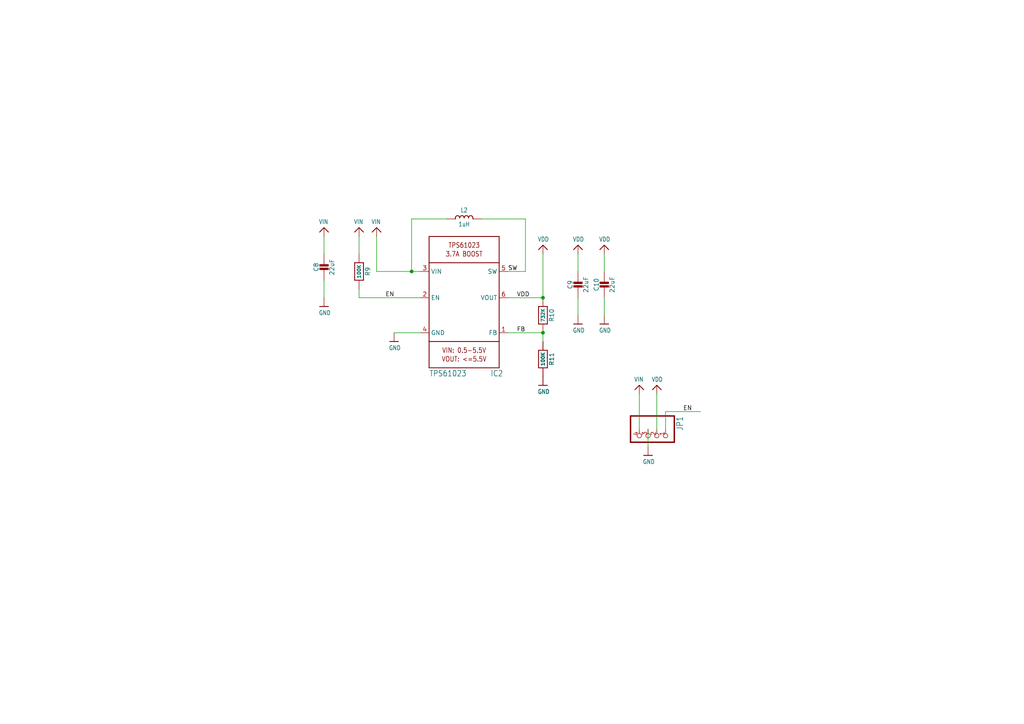
<source format=kicad_sch>
(kicad_sch (version 20231120) (generator "eeschema") (generator_version "8.0")
  (paper "A4")
  (lib_symbols
    (symbol "Adafruit TPS61023-eagle-import:CAP_CERAMIC0805-NOOUTLINE"
      (property "Reference" "C" (at -2.29 1.25 90))
      (symbol "CAP_CERAMIC0805-NOOUTLINE_1_0"
        (rectangle (start -1.27 0.508) (end 1.27 1.016) (fill (type outline)))
        (rectangle (start -1.27 1.524) (end 1.27 2.032) (fill (type outline)))
        (polyline (pts (xy 0 0.762) (xy 0 0)) (stroke (width 0.1524)))
        (polyline (pts (xy 0 2.54) (xy 0 1.778)) (stroke (width 0.1524)))
        (pin passive line (at 0 5.08 270) (length 2.54) (name "1") (number "1"))
        (pin passive line (at 0 -2.54 90) (length 2.54) (name "2") (number "2"))
      )
    )
    (symbol "Adafruit TPS61023-eagle-import:GND" (power)
      (symbol "GND_1_0"
        (polyline (pts (xy -1.27 0) (xy 1.27 0)) (stroke (width 0.254)))
        (pin power_in line (at 0 2.54 270) (length 2.54) (name "GND") (number "1"))
      )
    )
    (symbol "Adafruit TPS61023-eagle-import:HEADER-1X4ROUND"
      (property "Reference" "JP" (at -6.35 8.255 0))
      (symbol "HEADER-1X4ROUND_1_0"
        (polyline (pts (xy -6.35 -5.08) (xy 1.27 -5.08)) (stroke (width 0.4064)))
        (polyline (pts (xy -6.35 7.62) (xy -6.35 -5.08)) (stroke (width 0.4064)))
        (polyline (pts (xy 1.27 -5.08) (xy 1.27 7.62)) (stroke (width 0.4064)))
        (polyline (pts (xy 1.27 7.62) (xy -6.35 7.62)) (stroke (width 0.4064)))
        (pin passive inverted (at -2.54 5.08 0) (length 2.54) (name "1") (number "1"))
        (pin passive inverted (at -2.54 2.54 0) (length 2.54) (name "2") (number "2"))
        (pin passive inverted (at -2.54 0 0) (length 2.54) (name "3") (number "3"))
        (pin passive inverted (at -2.54 -2.54 0) (length 2.54) (name "4") (number "4"))
      )
    )
    (symbol "Adafruit TPS61023-eagle-import:INDUCTORTDK_VLC5045"
      (property "Reference" "L" (at 0 2.54 0))
      (symbol "INDUCTORTDK_VLC5045_1_0"
        (arc (start -1.27 0.3173) (mid -1.9049 0.9524) (end -2.54 0.3175) (stroke (width 0.254)))
        (polyline (pts (xy -2.54 0.3175) (xy -2.54 0)) (stroke (width 0.254)))
        (polyline (pts (xy 2.54 0.3175) (xy 2.54 0)) (stroke (width 0.254)))
        (arc (start 0 0.3173) (mid -0.6349 0.9524) (end -1.27 0.3175) (stroke (width 0.254)))
        (arc (start 1.27 0.3173) (mid 0.6351 0.9524) (end 0 0.3175) (stroke (width 0.254)))
        (arc (start 2.54 0.3173) (mid 1.9051 0.9524) (end 1.27 0.3175) (stroke (width 0.254)))
        (pin passive line (at -5.08 0 0) (length 2.54) (name "1") (number "P$1"))
        (pin passive line (at 5.08 0 180) (length 2.54) (name "2") (number "P$2"))
      )
    )
    (symbol "Adafruit TPS61023-eagle-import:RESISTOR_0603_NOOUT"
      (property "Reference" "R" (at 0 2.54 0))
      (symbol "RESISTOR_0603_NOOUT_1_0"
        (polyline (pts (xy -2.54 -1.27) (xy -2.54 1.27)) (stroke (width 0.254)))
        (polyline (pts (xy -2.54 1.27) (xy 2.54 1.27)) (stroke (width 0.254)))
        (polyline (pts (xy 2.54 -1.27) (xy -2.54 -1.27)) (stroke (width 0.254)))
        (polyline (pts (xy 2.54 1.27) (xy 2.54 -1.27)) (stroke (width 0.254)))
        (pin passive line (at -5.08 0 0) (length 2.54) (name "1") (number "1"))
        (pin passive line (at 5.08 0 180) (length 2.54) (name "2") (number "2"))
      )
    )
    (symbol "Adafruit TPS61023-eagle-import:TPS61023"
      (property "Reference" "IC" (at -10.16 22.86 0))
      (symbol "TPS61023_1_0"
        (polyline (pts (xy -10.16 -17.78) (xy 10.16 -17.78)) (stroke (width 0.254)))
        (polyline (pts (xy -10.16 -10.16) (xy -10.16 -17.78)) (stroke (width 0.254)))
        (polyline (pts (xy -10.16 -10.16) (xy -10.16 12.7)) (stroke (width 0.254)))
        (polyline (pts (xy -10.16 12.7) (xy -10.16 20.32)) (stroke (width 0.254)))
        (polyline (pts (xy -10.16 12.7) (xy 10.16 12.7)) (stroke (width 0.254)))
        (polyline (pts (xy -10.16 20.32) (xy 10.16 20.32)) (stroke (width 0.254)))
        (polyline (pts (xy 10.16 -17.78) (xy 10.16 -10.16)) (stroke (width 0.254)))
        (polyline (pts (xy 10.16 -10.16) (xy -10.16 -10.16)) (stroke (width 0.254)))
        (polyline (pts (xy 10.16 12.7) (xy 10.16 -10.16)) (stroke (width 0.254)))
        (polyline (pts (xy 10.16 20.32) (xy 10.16 12.7)) (stroke (width 0.254)))
        (text "3.7A BOOST" (at 0 15.24 0) (effects (font (size 1.4224 1.209))))
        (text "TPS61023" (at 0 17.78 0) (effects (font (size 1.4224 1.209))))
        (text "VIN: 0.5-5.5V" (at 0 -12.7 0) (effects (font (size 1.4224 1.209))))
        (text "VOUT: <=5.5V" (at 0 -15.24 0) (effects (font (size 1.4224 1.209))))
        (pin input line (at 12.7 -7.62 180) (length 2.54) (name "FB") (number "1"))
        (pin input line (at -12.7 2.54 0) (length 2.54) (name "EN") (number "2"))
        (pin power_in line (at -12.7 10.16 0) (length 2.54) (name "VIN") (number "3"))
        (pin power_in line (at -12.7 -7.62 0) (length 2.54) (name "GND") (number "4"))
        (pin input line (at 12.7 10.16 180) (length 2.54) (name "SW") (number "5"))
        (pin power_in line (at 12.7 2.54 180) (length 2.54) (name "VOUT") (number "6"))
      )
    )
    (symbol "Adafruit TPS61023-eagle-import:VDD" (power)
      (symbol "VDD_1_0"
        (polyline (pts (xy -1.27 -1.27) (xy 0 0)) (stroke (width 0.254)))
        (polyline (pts (xy 0 0) (xy 1.27 -1.27)) (stroke (width 0.254)))
        (pin power_in line (at 0 -2.54 90) (length 2.54) (name "VDD") (number "1"))
      )
    )
    (symbol "Adafruit TPS61023-eagle-import:VIN" (power)
      (symbol "VIN_1_0"
        (polyline (pts (xy -1.27 -1.27) (xy 0 0)) (stroke (width 0.254)))
        (polyline (pts (xy 0 0) (xy 1.27 -1.27)) (stroke (width 0.254)))
        (pin power_in line (at 0 -2.54 90) (length 2.54) (name "VIN") (number "1"))
      )
    )
  )
  (junction (at 157.48 96.52))
  (junction (at 157.48 86.36))
  (junction (at 119.38 78.74))
  (wire (pts (xy 104.14 73.66) (xy 104.14 68.58)) (stroke (width 0.1524)))
  (wire (pts (xy 157.48 73.66) (xy 157.48 86.36)) (stroke (width 0.1524)))
  (wire (pts (xy 104.14 86.36) (xy 104.14 83.82)) (stroke (width 0.1524)))
  (wire (pts (xy 167.64 73.66) (xy 167.64 78.74)) (stroke (width 0.1524)))
  (wire (pts (xy 93.98 68.58) (xy 93.98 73.66)) (stroke (width 0.1524)))
  (wire (pts (xy 109.22 78.74) (xy 119.38 78.74)) (stroke (width 0.1524)))
  (wire (pts (xy 119.38 78.74) (xy 119.38 63.5)) (stroke (width 0.1524)))
  (wire (pts (xy 187.96 124.46) (xy 187.96 129.54)) (stroke (width 0.1524)))
  (wire (pts (xy 147.32 96.52) (xy 157.48 96.52)) (stroke (width 0.1524)))
  (wire (pts (xy 93.98 81.28) (xy 93.98 86.36)) (stroke (width 0.1524)))
  (wire (pts (xy 152.4 63.5) (xy 139.7 63.5)) (stroke (width 0.1524)))
  (wire (pts (xy 152.4 78.74) (xy 152.4 63.5)) (stroke (width 0.1524)))
  (wire (pts (xy 109.22 68.58) (xy 109.22 78.74)) (stroke (width 0.1524)))
  (wire (pts (xy 190.5 114.3) (xy 190.5 124.46)) (stroke (width 0.1524)))
  (wire (pts (xy 121.92 96.52) (xy 114.3 96.52)) (stroke (width 0.1524)))
  (wire (pts (xy 147.32 78.74) (xy 152.4 78.74)) (stroke (width 0.1524)))
  (wire (pts (xy 175.26 86.36) (xy 175.26 91.44)) (stroke (width 0.1524)))
  (wire (pts (xy 175.26 73.66) (xy 175.26 78.74)) (stroke (width 0.1524)))
  (wire (pts (xy 129.54 63.5) (xy 119.38 63.5)) (stroke (width 0.1524)))
  (wire (pts (xy 157.48 86.36) (xy 147.32 86.36)) (stroke (width 0.1524)))
  (wire (pts (xy 119.38 78.74) (xy 121.92 78.74)) (stroke (width 0.1524)))
  (wire (pts (xy 167.64 86.36) (xy 167.64 91.44)) (stroke (width 0.1524)))
  (wire (pts (xy 157.48 96.52) (xy 157.48 99.06)) (stroke (width 0.1524)))
  (wire (pts (xy 185.42 114.3) (xy 185.42 124.46)) (stroke (width 0.1524)))
  (wire (pts (xy 193.04 124.46) (xy 193.04 119.38)) (stroke (width 0.1524)))
  (wire (pts (xy 203.2 119.38) (xy 193.04 119.38)) (stroke (width 0.1524)))
  (wire (pts (xy 121.92 86.36) (xy 104.14 86.36)) (stroke (width 0.1524)))
  (label "SW" (at 147.32 78.74 0) (effects (font (size 1.2446 1.2446))))
  (label "VDD" (at 149.86 86.36 0) (effects (font (size 1.2446 1.2446))))
  (label "EN" (at 111.76 86.36 0) (effects (font (size 1.2446 1.2446))))
  (label "EN" (at 198.12 119.38 0) (effects (font (size 1.2446 1.2446))))
  (label "FB" (at 149.86 96.52 0) (effects (font (size 1.2446 1.2446))))
  (symbol (lib_id "Adafruit TPS61023-eagle-import:CAP_CERAMIC0805-NOOUTLINE") (at 93.98 78.74 0) (unit 1)
    (property "Reference" "C8" (at 91.69 77.49 90))
    (property "Value" "22uF" (at 96.28 77.49 90))
    (property "Footprint" "Adafruit TPS61023:0805-NO" (effects (hide yes)))
  )
  (symbol (lib_id "Adafruit TPS61023-eagle-import:GND") (at 167.64 93.98 0) (unit 1)
    (property "Reference" "#U$039" (effects (hide yes)))
    (property "Value" "GND" (at 166.116 96.52 0) (effects (font (size 1.27 1.0795)) (justify left bottom)))
  )
  (symbol (lib_id "Adafruit TPS61023-eagle-import:VDD") (at 190.5 111.76 0) (unit 1)
    (property "Reference" "#U$044" (effects (hide yes)))
    (property "Value" "VDD" (at 188.976 110.744 0) (effects (font (size 1.27 1.0795)) (justify left bottom)))
  )
  (symbol (lib_id "Adafruit TPS61023-eagle-import:INDUCTORTDK_VLC5045") (at 134.62 63.5 0) (unit 1)
    (property "Reference" "L2" (at 134.62 60.96 0) (effects (font (size 1.27 1.0795))))
    (property "Value" "1uH" (at 134.62 65.04 0) (effects (font (size 1.27 1.0795))))
    (property "Footprint" "Adafruit TPS61023:INDUCTOR_5X5MM_TDK_VLC5045" (effects (hide yes)))
  )
  (symbol (lib_id "Adafruit TPS61023-eagle-import:RESISTOR_0603_NOOUT") (at 157.48 104.14 270) (unit 1)
    (property "Reference" "R11" (at 160.02 104.14 0))
    (property "Value" "100K" (at 157.48 104.14 0) (effects (font (size 1.016 1.016) (bold yes))))
    (property "Footprint" "Adafruit TPS61023:0603-NO" (effects (hide yes)))
  )
  (symbol (lib_id "Adafruit TPS61023-eagle-import:VIN") (at 93.98 66.04 0) (unit 1)
    (property "Reference" "#U$01" (effects (hide yes)))
    (property "Value" "VIN" (at 92.456 65.024 0) (effects (font (size 1.27 1.0795)) (justify left bottom)))
  )
  (symbol (lib_id "Adafruit TPS61023-eagle-import:GND") (at 157.48 111.76 0) (unit 1)
    (property "Reference" "#U$037" (effects (hide yes)))
    (property "Value" "GND" (at 155.956 114.3 0) (effects (font (size 1.27 1.0795)) (justify left bottom)))
  )
  (symbol (lib_id "Adafruit TPS61023-eagle-import:TPS61023") (at 134.62 88.9 0) (unit 1)
    (property "Reference" "IC2" (at 142.24 109.22 0) (effects (font (size 1.6764 1.4249)) (justify left bottom)))
    (property "Value" "TPS61023" (at 124.46 109.22 0) (effects (font (size 1.6764 1.4249)) (justify left bottom)))
    (property "Footprint" "Adafruit TPS61023:SOT563" (effects (hide yes)))
  )
  (symbol (lib_id "Adafruit TPS61023-eagle-import:CAP_CERAMIC0805-NOOUTLINE") (at 175.26 83.82 0) (unit 1)
    (property "Reference" "C10" (at 172.97 82.57 90))
    (property "Value" "22uF" (at 177.56 82.57 90))
    (property "Footprint" "Adafruit TPS61023:0805-NO" (effects (hide yes)))
  )
  (symbol (lib_id "Adafruit TPS61023-eagle-import:VDD") (at 157.48 71.12 0) (unit 1)
    (property "Reference" "#U$036" (effects (hide yes)))
    (property "Value" "VDD" (at 155.956 70.104 0) (effects (font (size 1.27 1.0795)) (justify left bottom)))
  )
  (symbol (lib_id "Adafruit TPS61023-eagle-import:GND") (at 175.26 93.98 0) (unit 1)
    (property "Reference" "#U$041" (effects (hide yes)))
    (property "Value" "GND" (at 173.736 96.52 0) (effects (font (size 1.27 1.0795)) (justify left bottom)))
  )
  (symbol (lib_id "Adafruit TPS61023-eagle-import:RESISTOR_0603_NOOUT") (at 104.14 78.74 270) (unit 1)
    (property "Reference" "R9" (at 106.68 78.74 0))
    (property "Value" "100K" (at 104.14 78.74 0) (effects (font (size 1.016 1.016) (bold yes))))
    (property "Footprint" "Adafruit TPS61023:0603-NO" (effects (hide yes)))
  )
  (symbol (lib_id "Adafruit TPS61023-eagle-import:GND") (at 187.96 132.08 0) (unit 1)
    (property "Reference" "#U$043" (effects (hide yes)))
    (property "Value" "GND" (at 186.436 134.62 0) (effects (font (size 1.27 1.0795)) (justify left bottom)))
  )
  (symbol (lib_id "Adafruit TPS61023-eagle-import:RESISTOR_0603_NOOUT") (at 157.48 91.44 270) (unit 1)
    (property "Reference" "R10" (at 160.02 91.44 0))
    (property "Value" "732K" (at 157.48 91.44 0) (effects (font (size 1.016 1.016) (bold yes))))
    (property "Footprint" "Adafruit TPS61023:0603-NO" (effects (hide yes)))
  )
  (symbol (lib_id "Adafruit TPS61023-eagle-import:HEADER-1X4ROUND") (at 187.96 127 270) (unit 1)
    (property "Reference" "JP1" (at 196.215 120.65 0) (effects (font (size 1.778 1.5113)) (justify left bottom)))
    (property "Value" "HEADER-1X4ROUND" (effects (hide yes)))
    (property "Footprint" "Adafruit TPS61023:1X04_ROUND" (effects (hide yes)))
  )
  (symbol (lib_id "Adafruit TPS61023-eagle-import:GND") (at 93.98 88.9 0) (unit 1)
    (property "Reference" "#U$032" (effects (hide yes)))
    (property "Value" "GND" (at 92.456 91.44 0) (effects (font (size 1.27 1.0795)) (justify left bottom)))
  )
  (symbol (lib_id "Adafruit TPS61023-eagle-import:VIN") (at 109.22 66.04 0) (unit 1)
    (property "Reference" "#U$034" (effects (hide yes)))
    (property "Value" "VIN" (at 107.696 65.024 0) (effects (font (size 1.27 1.0795)) (justify left bottom)))
  )
  (symbol (lib_id "Adafruit TPS61023-eagle-import:GND") (at 114.3 99.06 0) (unit 1)
    (property "Reference" "#U$035" (effects (hide yes)))
    (property "Value" "GND" (at 112.776 101.6 0) (effects (font (size 1.27 1.0795)) (justify left bottom)))
  )
  (symbol (lib_id "Adafruit TPS61023-eagle-import:VDD") (at 167.64 71.12 0) (unit 1)
    (property "Reference" "#U$038" (effects (hide yes)))
    (property "Value" "VDD" (at 166.116 70.104 0) (effects (font (size 1.27 1.0795)) (justify left bottom)))
  )
  (symbol (lib_id "Adafruit TPS61023-eagle-import:VIN") (at 104.14 66.04 0) (unit 1)
    (property "Reference" "#U$033" (effects (hide yes)))
    (property "Value" "VIN" (at 102.616 65.024 0) (effects (font (size 1.27 1.0795)) (justify left bottom)))
  )
  (symbol (lib_id "Adafruit TPS61023-eagle-import:CAP_CERAMIC0805-NOOUTLINE") (at 167.64 83.82 0) (unit 1)
    (property "Reference" "C9" (at 165.35 82.57 90))
    (property "Value" "22uF" (at 169.94 82.57 90))
    (property "Footprint" "Adafruit TPS61023:0805-NO" (effects (hide yes)))
  )
  (symbol (lib_id "Adafruit TPS61023-eagle-import:VDD") (at 175.26 71.12 0) (unit 1)
    (property "Reference" "#U$040" (effects (hide yes)))
    (property "Value" "VDD" (at 173.736 70.104 0) (effects (font (size 1.27 1.0795)) (justify left bottom)))
  )
  (symbol (lib_id "Adafruit TPS61023-eagle-import:VIN") (at 185.42 111.76 0) (unit 1)
    (property "Reference" "#U$042" (effects (hide yes)))
    (property "Value" "VIN" (at 183.896 110.744 0) (effects (font (size 1.27 1.0795)) (justify left bottom)))
  )
)
</source>
